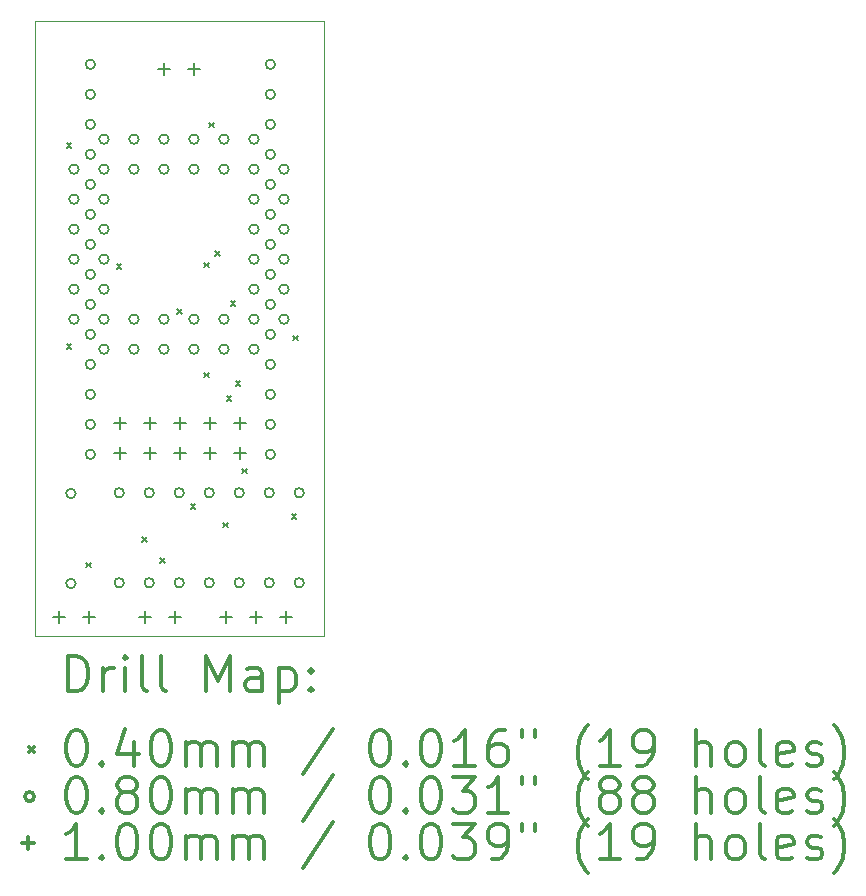
<source format=gbr>
%FSLAX45Y45*%
G04 Gerber Fmt 4.5, Leading zero omitted, Abs format (unit mm)*
G04 Created by KiCad (PCBNEW (5.1.9)-1) date 2023-07-24 12:28:35*
%MOMM*%
%LPD*%
G01*
G04 APERTURE LIST*
%TA.AperFunction,Profile*%
%ADD10C,0.050000*%
%TD*%
%ADD11C,0.200000*%
%ADD12C,0.300000*%
G04 APERTURE END LIST*
D10*
X16000000Y-9900000D02*
X13550000Y-9900000D01*
X16000000Y-15104000D02*
X16000000Y-9900000D01*
X13550000Y-15104000D02*
X16000000Y-15104000D01*
X13550000Y-9900000D02*
X13550000Y-15104000D01*
D11*
X13822680Y-12632370D02*
X13862680Y-12672370D01*
X13862680Y-12632370D02*
X13822680Y-12672370D01*
X13822830Y-10927850D02*
X13862830Y-10967850D01*
X13862830Y-10927850D02*
X13822830Y-10967850D01*
X13985000Y-14482500D02*
X14025000Y-14522500D01*
X14025000Y-14482500D02*
X13985000Y-14522500D01*
X14245000Y-11954050D02*
X14285000Y-11994050D01*
X14285000Y-11954050D02*
X14245000Y-11994050D01*
X14464000Y-14265000D02*
X14504000Y-14305000D01*
X14504000Y-14265000D02*
X14464000Y-14305000D01*
X14615000Y-14442500D02*
X14655000Y-14482500D01*
X14655000Y-14442500D02*
X14615000Y-14482500D01*
X14758170Y-12335780D02*
X14798170Y-12375780D01*
X14798170Y-12335780D02*
X14758170Y-12375780D01*
X14872500Y-13985000D02*
X14912500Y-14025000D01*
X14912500Y-13985000D02*
X14872500Y-14025000D01*
X14983660Y-11942800D02*
X15023660Y-11982800D01*
X15023660Y-11942800D02*
X14983660Y-11982800D01*
X14987500Y-12872500D02*
X15027500Y-12912500D01*
X15027500Y-12872500D02*
X14987500Y-12912500D01*
X15028710Y-10757420D02*
X15068710Y-10797420D01*
X15068710Y-10757420D02*
X15028710Y-10797420D01*
X15080270Y-11841740D02*
X15120270Y-11881740D01*
X15120270Y-11841740D02*
X15080270Y-11881740D01*
X15147500Y-14142500D02*
X15187500Y-14182500D01*
X15187500Y-14142500D02*
X15147500Y-14182500D01*
X15177500Y-13072500D02*
X15217500Y-13112500D01*
X15217500Y-13072500D02*
X15177500Y-13112500D01*
X15209320Y-12268200D02*
X15249320Y-12308200D01*
X15249320Y-12268200D02*
X15209320Y-12308200D01*
X15252500Y-12947500D02*
X15292500Y-12987500D01*
X15292500Y-12947500D02*
X15252500Y-12987500D01*
X15305000Y-13685497D02*
X15345000Y-13725497D01*
X15345000Y-13685497D02*
X15305000Y-13725497D01*
X15727500Y-14072500D02*
X15767500Y-14112500D01*
X15767500Y-14072500D02*
X15727500Y-14112500D01*
X15740910Y-12560040D02*
X15780910Y-12600040D01*
X15780910Y-12560040D02*
X15740910Y-12600040D01*
X13897500Y-13895500D02*
G75*
G03*
X13897500Y-13895500I-40000J0D01*
G01*
X13897500Y-14657500D02*
G75*
G03*
X13897500Y-14657500I-40000J0D01*
G01*
X13924000Y-11150000D02*
G75*
G03*
X13924000Y-11150000I-40000J0D01*
G01*
X13924000Y-11404000D02*
G75*
G03*
X13924000Y-11404000I-40000J0D01*
G01*
X13924000Y-11658000D02*
G75*
G03*
X13924000Y-11658000I-40000J0D01*
G01*
X13924000Y-11912000D02*
G75*
G03*
X13924000Y-11912000I-40000J0D01*
G01*
X13924000Y-12166000D02*
G75*
G03*
X13924000Y-12166000I-40000J0D01*
G01*
X13924000Y-12420000D02*
G75*
G03*
X13924000Y-12420000I-40000J0D01*
G01*
X14062760Y-10261700D02*
G75*
G03*
X14062760Y-10261700I-40000J0D01*
G01*
X14062760Y-10515700D02*
G75*
G03*
X14062760Y-10515700I-40000J0D01*
G01*
X14062760Y-10769700D02*
G75*
G03*
X14062760Y-10769700I-40000J0D01*
G01*
X14062760Y-11023700D02*
G75*
G03*
X14062760Y-11023700I-40000J0D01*
G01*
X14062760Y-11277700D02*
G75*
G03*
X14062760Y-11277700I-40000J0D01*
G01*
X14062760Y-11531700D02*
G75*
G03*
X14062760Y-11531700I-40000J0D01*
G01*
X14062760Y-11785700D02*
G75*
G03*
X14062760Y-11785700I-40000J0D01*
G01*
X14062760Y-12039700D02*
G75*
G03*
X14062760Y-12039700I-40000J0D01*
G01*
X14062760Y-12293700D02*
G75*
G03*
X14062760Y-12293700I-40000J0D01*
G01*
X14062760Y-12547700D02*
G75*
G03*
X14062760Y-12547700I-40000J0D01*
G01*
X14062760Y-12801700D02*
G75*
G03*
X14062760Y-12801700I-40000J0D01*
G01*
X14062760Y-13055700D02*
G75*
G03*
X14062760Y-13055700I-40000J0D01*
G01*
X14062760Y-13309700D02*
G75*
G03*
X14062760Y-13309700I-40000J0D01*
G01*
X14062760Y-13563700D02*
G75*
G03*
X14062760Y-13563700I-40000J0D01*
G01*
X14178000Y-10896000D02*
G75*
G03*
X14178000Y-10896000I-40000J0D01*
G01*
X14178000Y-11150000D02*
G75*
G03*
X14178000Y-11150000I-40000J0D01*
G01*
X14178000Y-11404000D02*
G75*
G03*
X14178000Y-11404000I-40000J0D01*
G01*
X14178000Y-11658000D02*
G75*
G03*
X14178000Y-11658000I-40000J0D01*
G01*
X14178000Y-11912000D02*
G75*
G03*
X14178000Y-11912000I-40000J0D01*
G01*
X14178000Y-12166000D02*
G75*
G03*
X14178000Y-12166000I-40000J0D01*
G01*
X14178000Y-12420000D02*
G75*
G03*
X14178000Y-12420000I-40000J0D01*
G01*
X14178000Y-12674000D02*
G75*
G03*
X14178000Y-12674000I-40000J0D01*
G01*
X14307500Y-13890500D02*
G75*
G03*
X14307500Y-13890500I-40000J0D01*
G01*
X14307500Y-14652500D02*
G75*
G03*
X14307500Y-14652500I-40000J0D01*
G01*
X14432000Y-10896000D02*
G75*
G03*
X14432000Y-10896000I-40000J0D01*
G01*
X14432000Y-11150000D02*
G75*
G03*
X14432000Y-11150000I-40000J0D01*
G01*
X14432000Y-12420000D02*
G75*
G03*
X14432000Y-12420000I-40000J0D01*
G01*
X14432000Y-12674000D02*
G75*
G03*
X14432000Y-12674000I-40000J0D01*
G01*
X14561500Y-13890500D02*
G75*
G03*
X14561500Y-13890500I-40000J0D01*
G01*
X14561500Y-14652500D02*
G75*
G03*
X14561500Y-14652500I-40000J0D01*
G01*
X14686000Y-10896000D02*
G75*
G03*
X14686000Y-10896000I-40000J0D01*
G01*
X14686000Y-11150000D02*
G75*
G03*
X14686000Y-11150000I-40000J0D01*
G01*
X14686000Y-12420000D02*
G75*
G03*
X14686000Y-12420000I-40000J0D01*
G01*
X14686000Y-12674000D02*
G75*
G03*
X14686000Y-12674000I-40000J0D01*
G01*
X14815500Y-13890500D02*
G75*
G03*
X14815500Y-13890500I-40000J0D01*
G01*
X14815500Y-14652500D02*
G75*
G03*
X14815500Y-14652500I-40000J0D01*
G01*
X14940000Y-10896000D02*
G75*
G03*
X14940000Y-10896000I-40000J0D01*
G01*
X14940000Y-11150000D02*
G75*
G03*
X14940000Y-11150000I-40000J0D01*
G01*
X14940000Y-12420000D02*
G75*
G03*
X14940000Y-12420000I-40000J0D01*
G01*
X14940000Y-12674000D02*
G75*
G03*
X14940000Y-12674000I-40000J0D01*
G01*
X15069500Y-13890500D02*
G75*
G03*
X15069500Y-13890500I-40000J0D01*
G01*
X15069500Y-14652500D02*
G75*
G03*
X15069500Y-14652500I-40000J0D01*
G01*
X15194000Y-10896000D02*
G75*
G03*
X15194000Y-10896000I-40000J0D01*
G01*
X15194000Y-11150000D02*
G75*
G03*
X15194000Y-11150000I-40000J0D01*
G01*
X15194000Y-12420000D02*
G75*
G03*
X15194000Y-12420000I-40000J0D01*
G01*
X15194000Y-12674000D02*
G75*
G03*
X15194000Y-12674000I-40000J0D01*
G01*
X15323500Y-13890500D02*
G75*
G03*
X15323500Y-13890500I-40000J0D01*
G01*
X15323500Y-14652500D02*
G75*
G03*
X15323500Y-14652500I-40000J0D01*
G01*
X15448000Y-10896000D02*
G75*
G03*
X15448000Y-10896000I-40000J0D01*
G01*
X15448000Y-11150000D02*
G75*
G03*
X15448000Y-11150000I-40000J0D01*
G01*
X15448000Y-11404000D02*
G75*
G03*
X15448000Y-11404000I-40000J0D01*
G01*
X15448000Y-11658000D02*
G75*
G03*
X15448000Y-11658000I-40000J0D01*
G01*
X15448000Y-11912000D02*
G75*
G03*
X15448000Y-11912000I-40000J0D01*
G01*
X15448000Y-12166000D02*
G75*
G03*
X15448000Y-12166000I-40000J0D01*
G01*
X15448000Y-12420000D02*
G75*
G03*
X15448000Y-12420000I-40000J0D01*
G01*
X15448000Y-12674000D02*
G75*
G03*
X15448000Y-12674000I-40000J0D01*
G01*
X15577500Y-13890500D02*
G75*
G03*
X15577500Y-13890500I-40000J0D01*
G01*
X15577500Y-14652500D02*
G75*
G03*
X15577500Y-14652500I-40000J0D01*
G01*
X15586760Y-10261700D02*
G75*
G03*
X15586760Y-10261700I-40000J0D01*
G01*
X15586760Y-10515700D02*
G75*
G03*
X15586760Y-10515700I-40000J0D01*
G01*
X15586760Y-10769700D02*
G75*
G03*
X15586760Y-10769700I-40000J0D01*
G01*
X15586760Y-11023700D02*
G75*
G03*
X15586760Y-11023700I-40000J0D01*
G01*
X15586760Y-11277700D02*
G75*
G03*
X15586760Y-11277700I-40000J0D01*
G01*
X15586760Y-11531700D02*
G75*
G03*
X15586760Y-11531700I-40000J0D01*
G01*
X15586760Y-11785700D02*
G75*
G03*
X15586760Y-11785700I-40000J0D01*
G01*
X15586760Y-12039700D02*
G75*
G03*
X15586760Y-12039700I-40000J0D01*
G01*
X15586760Y-12293700D02*
G75*
G03*
X15586760Y-12293700I-40000J0D01*
G01*
X15586760Y-12547700D02*
G75*
G03*
X15586760Y-12547700I-40000J0D01*
G01*
X15586760Y-12801700D02*
G75*
G03*
X15586760Y-12801700I-40000J0D01*
G01*
X15586760Y-13055700D02*
G75*
G03*
X15586760Y-13055700I-40000J0D01*
G01*
X15586760Y-13309700D02*
G75*
G03*
X15586760Y-13309700I-40000J0D01*
G01*
X15586760Y-13563700D02*
G75*
G03*
X15586760Y-13563700I-40000J0D01*
G01*
X15702000Y-11150000D02*
G75*
G03*
X15702000Y-11150000I-40000J0D01*
G01*
X15702000Y-11404000D02*
G75*
G03*
X15702000Y-11404000I-40000J0D01*
G01*
X15702000Y-11658000D02*
G75*
G03*
X15702000Y-11658000I-40000J0D01*
G01*
X15702000Y-11912000D02*
G75*
G03*
X15702000Y-11912000I-40000J0D01*
G01*
X15702000Y-12166000D02*
G75*
G03*
X15702000Y-12166000I-40000J0D01*
G01*
X15702000Y-12420000D02*
G75*
G03*
X15702000Y-12420000I-40000J0D01*
G01*
X15831500Y-13890500D02*
G75*
G03*
X15831500Y-13890500I-40000J0D01*
G01*
X15831500Y-14652500D02*
G75*
G03*
X15831500Y-14652500I-40000J0D01*
G01*
X13758500Y-14892500D02*
X13758500Y-14992500D01*
X13708500Y-14942500D02*
X13808500Y-14942500D01*
X14012500Y-14892500D02*
X14012500Y-14992500D01*
X13962500Y-14942500D02*
X14062500Y-14942500D01*
X14271000Y-13250000D02*
X14271000Y-13350000D01*
X14221000Y-13300000D02*
X14321000Y-13300000D01*
X14271000Y-13504000D02*
X14271000Y-13604000D01*
X14221000Y-13554000D02*
X14321000Y-13554000D01*
X14483500Y-14892500D02*
X14483500Y-14992500D01*
X14433500Y-14942500D02*
X14533500Y-14942500D01*
X14525000Y-13250000D02*
X14525000Y-13350000D01*
X14475000Y-13300000D02*
X14575000Y-13300000D01*
X14525000Y-13504000D02*
X14525000Y-13604000D01*
X14475000Y-13554000D02*
X14575000Y-13554000D01*
X14646000Y-10250000D02*
X14646000Y-10350000D01*
X14596000Y-10300000D02*
X14696000Y-10300000D01*
X14737500Y-14892500D02*
X14737500Y-14992500D01*
X14687500Y-14942500D02*
X14787500Y-14942500D01*
X14779000Y-13250000D02*
X14779000Y-13350000D01*
X14729000Y-13300000D02*
X14829000Y-13300000D01*
X14779000Y-13504000D02*
X14779000Y-13604000D01*
X14729000Y-13554000D02*
X14829000Y-13554000D01*
X14900000Y-10250000D02*
X14900000Y-10350000D01*
X14850000Y-10300000D02*
X14950000Y-10300000D01*
X15033000Y-13250000D02*
X15033000Y-13350000D01*
X14983000Y-13300000D02*
X15083000Y-13300000D01*
X15033000Y-13504000D02*
X15033000Y-13604000D01*
X14983000Y-13554000D02*
X15083000Y-13554000D01*
X15172000Y-14892500D02*
X15172000Y-14992500D01*
X15122000Y-14942500D02*
X15222000Y-14942500D01*
X15287000Y-13250000D02*
X15287000Y-13350000D01*
X15237000Y-13300000D02*
X15337000Y-13300000D01*
X15287000Y-13504000D02*
X15287000Y-13604000D01*
X15237000Y-13554000D02*
X15337000Y-13554000D01*
X15426000Y-14892500D02*
X15426000Y-14992500D01*
X15376000Y-14942500D02*
X15476000Y-14942500D01*
X15680000Y-14892500D02*
X15680000Y-14992500D01*
X15630000Y-14942500D02*
X15730000Y-14942500D01*
D12*
X13833928Y-15572214D02*
X13833928Y-15272214D01*
X13905357Y-15272214D01*
X13948214Y-15286500D01*
X13976786Y-15315071D01*
X13991071Y-15343643D01*
X14005357Y-15400786D01*
X14005357Y-15443643D01*
X13991071Y-15500786D01*
X13976786Y-15529357D01*
X13948214Y-15557929D01*
X13905357Y-15572214D01*
X13833928Y-15572214D01*
X14133928Y-15572214D02*
X14133928Y-15372214D01*
X14133928Y-15429357D02*
X14148214Y-15400786D01*
X14162500Y-15386500D01*
X14191071Y-15372214D01*
X14219643Y-15372214D01*
X14319643Y-15572214D02*
X14319643Y-15372214D01*
X14319643Y-15272214D02*
X14305357Y-15286500D01*
X14319643Y-15300786D01*
X14333928Y-15286500D01*
X14319643Y-15272214D01*
X14319643Y-15300786D01*
X14505357Y-15572214D02*
X14476786Y-15557929D01*
X14462500Y-15529357D01*
X14462500Y-15272214D01*
X14662500Y-15572214D02*
X14633928Y-15557929D01*
X14619643Y-15529357D01*
X14619643Y-15272214D01*
X15005357Y-15572214D02*
X15005357Y-15272214D01*
X15105357Y-15486500D01*
X15205357Y-15272214D01*
X15205357Y-15572214D01*
X15476786Y-15572214D02*
X15476786Y-15415071D01*
X15462500Y-15386500D01*
X15433928Y-15372214D01*
X15376786Y-15372214D01*
X15348214Y-15386500D01*
X15476786Y-15557929D02*
X15448214Y-15572214D01*
X15376786Y-15572214D01*
X15348214Y-15557929D01*
X15333928Y-15529357D01*
X15333928Y-15500786D01*
X15348214Y-15472214D01*
X15376786Y-15457929D01*
X15448214Y-15457929D01*
X15476786Y-15443643D01*
X15619643Y-15372214D02*
X15619643Y-15672214D01*
X15619643Y-15386500D02*
X15648214Y-15372214D01*
X15705357Y-15372214D01*
X15733928Y-15386500D01*
X15748214Y-15400786D01*
X15762500Y-15429357D01*
X15762500Y-15515071D01*
X15748214Y-15543643D01*
X15733928Y-15557929D01*
X15705357Y-15572214D01*
X15648214Y-15572214D01*
X15619643Y-15557929D01*
X15891071Y-15543643D02*
X15905357Y-15557929D01*
X15891071Y-15572214D01*
X15876786Y-15557929D01*
X15891071Y-15543643D01*
X15891071Y-15572214D01*
X15891071Y-15386500D02*
X15905357Y-15400786D01*
X15891071Y-15415071D01*
X15876786Y-15400786D01*
X15891071Y-15386500D01*
X15891071Y-15415071D01*
X13507500Y-16046500D02*
X13547500Y-16086500D01*
X13547500Y-16046500D02*
X13507500Y-16086500D01*
X13891071Y-15902214D02*
X13919643Y-15902214D01*
X13948214Y-15916500D01*
X13962500Y-15930786D01*
X13976786Y-15959357D01*
X13991071Y-16016500D01*
X13991071Y-16087929D01*
X13976786Y-16145071D01*
X13962500Y-16173643D01*
X13948214Y-16187929D01*
X13919643Y-16202214D01*
X13891071Y-16202214D01*
X13862500Y-16187929D01*
X13848214Y-16173643D01*
X13833928Y-16145071D01*
X13819643Y-16087929D01*
X13819643Y-16016500D01*
X13833928Y-15959357D01*
X13848214Y-15930786D01*
X13862500Y-15916500D01*
X13891071Y-15902214D01*
X14119643Y-16173643D02*
X14133928Y-16187929D01*
X14119643Y-16202214D01*
X14105357Y-16187929D01*
X14119643Y-16173643D01*
X14119643Y-16202214D01*
X14391071Y-16002214D02*
X14391071Y-16202214D01*
X14319643Y-15887929D02*
X14248214Y-16102214D01*
X14433928Y-16102214D01*
X14605357Y-15902214D02*
X14633928Y-15902214D01*
X14662500Y-15916500D01*
X14676786Y-15930786D01*
X14691071Y-15959357D01*
X14705357Y-16016500D01*
X14705357Y-16087929D01*
X14691071Y-16145071D01*
X14676786Y-16173643D01*
X14662500Y-16187929D01*
X14633928Y-16202214D01*
X14605357Y-16202214D01*
X14576786Y-16187929D01*
X14562500Y-16173643D01*
X14548214Y-16145071D01*
X14533928Y-16087929D01*
X14533928Y-16016500D01*
X14548214Y-15959357D01*
X14562500Y-15930786D01*
X14576786Y-15916500D01*
X14605357Y-15902214D01*
X14833928Y-16202214D02*
X14833928Y-16002214D01*
X14833928Y-16030786D02*
X14848214Y-16016500D01*
X14876786Y-16002214D01*
X14919643Y-16002214D01*
X14948214Y-16016500D01*
X14962500Y-16045071D01*
X14962500Y-16202214D01*
X14962500Y-16045071D02*
X14976786Y-16016500D01*
X15005357Y-16002214D01*
X15048214Y-16002214D01*
X15076786Y-16016500D01*
X15091071Y-16045071D01*
X15091071Y-16202214D01*
X15233928Y-16202214D02*
X15233928Y-16002214D01*
X15233928Y-16030786D02*
X15248214Y-16016500D01*
X15276786Y-16002214D01*
X15319643Y-16002214D01*
X15348214Y-16016500D01*
X15362500Y-16045071D01*
X15362500Y-16202214D01*
X15362500Y-16045071D02*
X15376786Y-16016500D01*
X15405357Y-16002214D01*
X15448214Y-16002214D01*
X15476786Y-16016500D01*
X15491071Y-16045071D01*
X15491071Y-16202214D01*
X16076786Y-15887929D02*
X15819643Y-16273643D01*
X16462500Y-15902214D02*
X16491071Y-15902214D01*
X16519643Y-15916500D01*
X16533928Y-15930786D01*
X16548214Y-15959357D01*
X16562500Y-16016500D01*
X16562500Y-16087929D01*
X16548214Y-16145071D01*
X16533928Y-16173643D01*
X16519643Y-16187929D01*
X16491071Y-16202214D01*
X16462500Y-16202214D01*
X16433928Y-16187929D01*
X16419643Y-16173643D01*
X16405357Y-16145071D01*
X16391071Y-16087929D01*
X16391071Y-16016500D01*
X16405357Y-15959357D01*
X16419643Y-15930786D01*
X16433928Y-15916500D01*
X16462500Y-15902214D01*
X16691071Y-16173643D02*
X16705357Y-16187929D01*
X16691071Y-16202214D01*
X16676786Y-16187929D01*
X16691071Y-16173643D01*
X16691071Y-16202214D01*
X16891071Y-15902214D02*
X16919643Y-15902214D01*
X16948214Y-15916500D01*
X16962500Y-15930786D01*
X16976786Y-15959357D01*
X16991071Y-16016500D01*
X16991071Y-16087929D01*
X16976786Y-16145071D01*
X16962500Y-16173643D01*
X16948214Y-16187929D01*
X16919643Y-16202214D01*
X16891071Y-16202214D01*
X16862500Y-16187929D01*
X16848214Y-16173643D01*
X16833928Y-16145071D01*
X16819643Y-16087929D01*
X16819643Y-16016500D01*
X16833928Y-15959357D01*
X16848214Y-15930786D01*
X16862500Y-15916500D01*
X16891071Y-15902214D01*
X17276786Y-16202214D02*
X17105357Y-16202214D01*
X17191071Y-16202214D02*
X17191071Y-15902214D01*
X17162500Y-15945071D01*
X17133928Y-15973643D01*
X17105357Y-15987929D01*
X17533928Y-15902214D02*
X17476786Y-15902214D01*
X17448214Y-15916500D01*
X17433928Y-15930786D01*
X17405357Y-15973643D01*
X17391071Y-16030786D01*
X17391071Y-16145071D01*
X17405357Y-16173643D01*
X17419643Y-16187929D01*
X17448214Y-16202214D01*
X17505357Y-16202214D01*
X17533928Y-16187929D01*
X17548214Y-16173643D01*
X17562500Y-16145071D01*
X17562500Y-16073643D01*
X17548214Y-16045071D01*
X17533928Y-16030786D01*
X17505357Y-16016500D01*
X17448214Y-16016500D01*
X17419643Y-16030786D01*
X17405357Y-16045071D01*
X17391071Y-16073643D01*
X17676786Y-15902214D02*
X17676786Y-15959357D01*
X17791071Y-15902214D02*
X17791071Y-15959357D01*
X18233928Y-16316500D02*
X18219643Y-16302214D01*
X18191071Y-16259357D01*
X18176786Y-16230786D01*
X18162500Y-16187929D01*
X18148214Y-16116500D01*
X18148214Y-16059357D01*
X18162500Y-15987929D01*
X18176786Y-15945071D01*
X18191071Y-15916500D01*
X18219643Y-15873643D01*
X18233928Y-15859357D01*
X18505357Y-16202214D02*
X18333928Y-16202214D01*
X18419643Y-16202214D02*
X18419643Y-15902214D01*
X18391071Y-15945071D01*
X18362500Y-15973643D01*
X18333928Y-15987929D01*
X18648214Y-16202214D02*
X18705357Y-16202214D01*
X18733928Y-16187929D01*
X18748214Y-16173643D01*
X18776786Y-16130786D01*
X18791071Y-16073643D01*
X18791071Y-15959357D01*
X18776786Y-15930786D01*
X18762500Y-15916500D01*
X18733928Y-15902214D01*
X18676786Y-15902214D01*
X18648214Y-15916500D01*
X18633928Y-15930786D01*
X18619643Y-15959357D01*
X18619643Y-16030786D01*
X18633928Y-16059357D01*
X18648214Y-16073643D01*
X18676786Y-16087929D01*
X18733928Y-16087929D01*
X18762500Y-16073643D01*
X18776786Y-16059357D01*
X18791071Y-16030786D01*
X19148214Y-16202214D02*
X19148214Y-15902214D01*
X19276786Y-16202214D02*
X19276786Y-16045071D01*
X19262500Y-16016500D01*
X19233928Y-16002214D01*
X19191071Y-16002214D01*
X19162500Y-16016500D01*
X19148214Y-16030786D01*
X19462500Y-16202214D02*
X19433928Y-16187929D01*
X19419643Y-16173643D01*
X19405357Y-16145071D01*
X19405357Y-16059357D01*
X19419643Y-16030786D01*
X19433928Y-16016500D01*
X19462500Y-16002214D01*
X19505357Y-16002214D01*
X19533928Y-16016500D01*
X19548214Y-16030786D01*
X19562500Y-16059357D01*
X19562500Y-16145071D01*
X19548214Y-16173643D01*
X19533928Y-16187929D01*
X19505357Y-16202214D01*
X19462500Y-16202214D01*
X19733928Y-16202214D02*
X19705357Y-16187929D01*
X19691071Y-16159357D01*
X19691071Y-15902214D01*
X19962500Y-16187929D02*
X19933928Y-16202214D01*
X19876786Y-16202214D01*
X19848214Y-16187929D01*
X19833928Y-16159357D01*
X19833928Y-16045071D01*
X19848214Y-16016500D01*
X19876786Y-16002214D01*
X19933928Y-16002214D01*
X19962500Y-16016500D01*
X19976786Y-16045071D01*
X19976786Y-16073643D01*
X19833928Y-16102214D01*
X20091071Y-16187929D02*
X20119643Y-16202214D01*
X20176786Y-16202214D01*
X20205357Y-16187929D01*
X20219643Y-16159357D01*
X20219643Y-16145071D01*
X20205357Y-16116500D01*
X20176786Y-16102214D01*
X20133928Y-16102214D01*
X20105357Y-16087929D01*
X20091071Y-16059357D01*
X20091071Y-16045071D01*
X20105357Y-16016500D01*
X20133928Y-16002214D01*
X20176786Y-16002214D01*
X20205357Y-16016500D01*
X20319643Y-16316500D02*
X20333928Y-16302214D01*
X20362500Y-16259357D01*
X20376786Y-16230786D01*
X20391071Y-16187929D01*
X20405357Y-16116500D01*
X20405357Y-16059357D01*
X20391071Y-15987929D01*
X20376786Y-15945071D01*
X20362500Y-15916500D01*
X20333928Y-15873643D01*
X20319643Y-15859357D01*
X13547500Y-16462500D02*
G75*
G03*
X13547500Y-16462500I-40000J0D01*
G01*
X13891071Y-16298214D02*
X13919643Y-16298214D01*
X13948214Y-16312500D01*
X13962500Y-16326786D01*
X13976786Y-16355357D01*
X13991071Y-16412500D01*
X13991071Y-16483929D01*
X13976786Y-16541071D01*
X13962500Y-16569643D01*
X13948214Y-16583929D01*
X13919643Y-16598214D01*
X13891071Y-16598214D01*
X13862500Y-16583929D01*
X13848214Y-16569643D01*
X13833928Y-16541071D01*
X13819643Y-16483929D01*
X13819643Y-16412500D01*
X13833928Y-16355357D01*
X13848214Y-16326786D01*
X13862500Y-16312500D01*
X13891071Y-16298214D01*
X14119643Y-16569643D02*
X14133928Y-16583929D01*
X14119643Y-16598214D01*
X14105357Y-16583929D01*
X14119643Y-16569643D01*
X14119643Y-16598214D01*
X14305357Y-16426786D02*
X14276786Y-16412500D01*
X14262500Y-16398214D01*
X14248214Y-16369643D01*
X14248214Y-16355357D01*
X14262500Y-16326786D01*
X14276786Y-16312500D01*
X14305357Y-16298214D01*
X14362500Y-16298214D01*
X14391071Y-16312500D01*
X14405357Y-16326786D01*
X14419643Y-16355357D01*
X14419643Y-16369643D01*
X14405357Y-16398214D01*
X14391071Y-16412500D01*
X14362500Y-16426786D01*
X14305357Y-16426786D01*
X14276786Y-16441071D01*
X14262500Y-16455357D01*
X14248214Y-16483929D01*
X14248214Y-16541071D01*
X14262500Y-16569643D01*
X14276786Y-16583929D01*
X14305357Y-16598214D01*
X14362500Y-16598214D01*
X14391071Y-16583929D01*
X14405357Y-16569643D01*
X14419643Y-16541071D01*
X14419643Y-16483929D01*
X14405357Y-16455357D01*
X14391071Y-16441071D01*
X14362500Y-16426786D01*
X14605357Y-16298214D02*
X14633928Y-16298214D01*
X14662500Y-16312500D01*
X14676786Y-16326786D01*
X14691071Y-16355357D01*
X14705357Y-16412500D01*
X14705357Y-16483929D01*
X14691071Y-16541071D01*
X14676786Y-16569643D01*
X14662500Y-16583929D01*
X14633928Y-16598214D01*
X14605357Y-16598214D01*
X14576786Y-16583929D01*
X14562500Y-16569643D01*
X14548214Y-16541071D01*
X14533928Y-16483929D01*
X14533928Y-16412500D01*
X14548214Y-16355357D01*
X14562500Y-16326786D01*
X14576786Y-16312500D01*
X14605357Y-16298214D01*
X14833928Y-16598214D02*
X14833928Y-16398214D01*
X14833928Y-16426786D02*
X14848214Y-16412500D01*
X14876786Y-16398214D01*
X14919643Y-16398214D01*
X14948214Y-16412500D01*
X14962500Y-16441071D01*
X14962500Y-16598214D01*
X14962500Y-16441071D02*
X14976786Y-16412500D01*
X15005357Y-16398214D01*
X15048214Y-16398214D01*
X15076786Y-16412500D01*
X15091071Y-16441071D01*
X15091071Y-16598214D01*
X15233928Y-16598214D02*
X15233928Y-16398214D01*
X15233928Y-16426786D02*
X15248214Y-16412500D01*
X15276786Y-16398214D01*
X15319643Y-16398214D01*
X15348214Y-16412500D01*
X15362500Y-16441071D01*
X15362500Y-16598214D01*
X15362500Y-16441071D02*
X15376786Y-16412500D01*
X15405357Y-16398214D01*
X15448214Y-16398214D01*
X15476786Y-16412500D01*
X15491071Y-16441071D01*
X15491071Y-16598214D01*
X16076786Y-16283929D02*
X15819643Y-16669643D01*
X16462500Y-16298214D02*
X16491071Y-16298214D01*
X16519643Y-16312500D01*
X16533928Y-16326786D01*
X16548214Y-16355357D01*
X16562500Y-16412500D01*
X16562500Y-16483929D01*
X16548214Y-16541071D01*
X16533928Y-16569643D01*
X16519643Y-16583929D01*
X16491071Y-16598214D01*
X16462500Y-16598214D01*
X16433928Y-16583929D01*
X16419643Y-16569643D01*
X16405357Y-16541071D01*
X16391071Y-16483929D01*
X16391071Y-16412500D01*
X16405357Y-16355357D01*
X16419643Y-16326786D01*
X16433928Y-16312500D01*
X16462500Y-16298214D01*
X16691071Y-16569643D02*
X16705357Y-16583929D01*
X16691071Y-16598214D01*
X16676786Y-16583929D01*
X16691071Y-16569643D01*
X16691071Y-16598214D01*
X16891071Y-16298214D02*
X16919643Y-16298214D01*
X16948214Y-16312500D01*
X16962500Y-16326786D01*
X16976786Y-16355357D01*
X16991071Y-16412500D01*
X16991071Y-16483929D01*
X16976786Y-16541071D01*
X16962500Y-16569643D01*
X16948214Y-16583929D01*
X16919643Y-16598214D01*
X16891071Y-16598214D01*
X16862500Y-16583929D01*
X16848214Y-16569643D01*
X16833928Y-16541071D01*
X16819643Y-16483929D01*
X16819643Y-16412500D01*
X16833928Y-16355357D01*
X16848214Y-16326786D01*
X16862500Y-16312500D01*
X16891071Y-16298214D01*
X17091071Y-16298214D02*
X17276786Y-16298214D01*
X17176786Y-16412500D01*
X17219643Y-16412500D01*
X17248214Y-16426786D01*
X17262500Y-16441071D01*
X17276786Y-16469643D01*
X17276786Y-16541071D01*
X17262500Y-16569643D01*
X17248214Y-16583929D01*
X17219643Y-16598214D01*
X17133928Y-16598214D01*
X17105357Y-16583929D01*
X17091071Y-16569643D01*
X17562500Y-16598214D02*
X17391071Y-16598214D01*
X17476786Y-16598214D02*
X17476786Y-16298214D01*
X17448214Y-16341071D01*
X17419643Y-16369643D01*
X17391071Y-16383929D01*
X17676786Y-16298214D02*
X17676786Y-16355357D01*
X17791071Y-16298214D02*
X17791071Y-16355357D01*
X18233928Y-16712500D02*
X18219643Y-16698214D01*
X18191071Y-16655357D01*
X18176786Y-16626786D01*
X18162500Y-16583929D01*
X18148214Y-16512500D01*
X18148214Y-16455357D01*
X18162500Y-16383929D01*
X18176786Y-16341071D01*
X18191071Y-16312500D01*
X18219643Y-16269643D01*
X18233928Y-16255357D01*
X18391071Y-16426786D02*
X18362500Y-16412500D01*
X18348214Y-16398214D01*
X18333928Y-16369643D01*
X18333928Y-16355357D01*
X18348214Y-16326786D01*
X18362500Y-16312500D01*
X18391071Y-16298214D01*
X18448214Y-16298214D01*
X18476786Y-16312500D01*
X18491071Y-16326786D01*
X18505357Y-16355357D01*
X18505357Y-16369643D01*
X18491071Y-16398214D01*
X18476786Y-16412500D01*
X18448214Y-16426786D01*
X18391071Y-16426786D01*
X18362500Y-16441071D01*
X18348214Y-16455357D01*
X18333928Y-16483929D01*
X18333928Y-16541071D01*
X18348214Y-16569643D01*
X18362500Y-16583929D01*
X18391071Y-16598214D01*
X18448214Y-16598214D01*
X18476786Y-16583929D01*
X18491071Y-16569643D01*
X18505357Y-16541071D01*
X18505357Y-16483929D01*
X18491071Y-16455357D01*
X18476786Y-16441071D01*
X18448214Y-16426786D01*
X18676786Y-16426786D02*
X18648214Y-16412500D01*
X18633928Y-16398214D01*
X18619643Y-16369643D01*
X18619643Y-16355357D01*
X18633928Y-16326786D01*
X18648214Y-16312500D01*
X18676786Y-16298214D01*
X18733928Y-16298214D01*
X18762500Y-16312500D01*
X18776786Y-16326786D01*
X18791071Y-16355357D01*
X18791071Y-16369643D01*
X18776786Y-16398214D01*
X18762500Y-16412500D01*
X18733928Y-16426786D01*
X18676786Y-16426786D01*
X18648214Y-16441071D01*
X18633928Y-16455357D01*
X18619643Y-16483929D01*
X18619643Y-16541071D01*
X18633928Y-16569643D01*
X18648214Y-16583929D01*
X18676786Y-16598214D01*
X18733928Y-16598214D01*
X18762500Y-16583929D01*
X18776786Y-16569643D01*
X18791071Y-16541071D01*
X18791071Y-16483929D01*
X18776786Y-16455357D01*
X18762500Y-16441071D01*
X18733928Y-16426786D01*
X19148214Y-16598214D02*
X19148214Y-16298214D01*
X19276786Y-16598214D02*
X19276786Y-16441071D01*
X19262500Y-16412500D01*
X19233928Y-16398214D01*
X19191071Y-16398214D01*
X19162500Y-16412500D01*
X19148214Y-16426786D01*
X19462500Y-16598214D02*
X19433928Y-16583929D01*
X19419643Y-16569643D01*
X19405357Y-16541071D01*
X19405357Y-16455357D01*
X19419643Y-16426786D01*
X19433928Y-16412500D01*
X19462500Y-16398214D01*
X19505357Y-16398214D01*
X19533928Y-16412500D01*
X19548214Y-16426786D01*
X19562500Y-16455357D01*
X19562500Y-16541071D01*
X19548214Y-16569643D01*
X19533928Y-16583929D01*
X19505357Y-16598214D01*
X19462500Y-16598214D01*
X19733928Y-16598214D02*
X19705357Y-16583929D01*
X19691071Y-16555357D01*
X19691071Y-16298214D01*
X19962500Y-16583929D02*
X19933928Y-16598214D01*
X19876786Y-16598214D01*
X19848214Y-16583929D01*
X19833928Y-16555357D01*
X19833928Y-16441071D01*
X19848214Y-16412500D01*
X19876786Y-16398214D01*
X19933928Y-16398214D01*
X19962500Y-16412500D01*
X19976786Y-16441071D01*
X19976786Y-16469643D01*
X19833928Y-16498214D01*
X20091071Y-16583929D02*
X20119643Y-16598214D01*
X20176786Y-16598214D01*
X20205357Y-16583929D01*
X20219643Y-16555357D01*
X20219643Y-16541071D01*
X20205357Y-16512500D01*
X20176786Y-16498214D01*
X20133928Y-16498214D01*
X20105357Y-16483929D01*
X20091071Y-16455357D01*
X20091071Y-16441071D01*
X20105357Y-16412500D01*
X20133928Y-16398214D01*
X20176786Y-16398214D01*
X20205357Y-16412500D01*
X20319643Y-16712500D02*
X20333928Y-16698214D01*
X20362500Y-16655357D01*
X20376786Y-16626786D01*
X20391071Y-16583929D01*
X20405357Y-16512500D01*
X20405357Y-16455357D01*
X20391071Y-16383929D01*
X20376786Y-16341071D01*
X20362500Y-16312500D01*
X20333928Y-16269643D01*
X20319643Y-16255357D01*
X13497500Y-16808500D02*
X13497500Y-16908500D01*
X13447500Y-16858500D02*
X13547500Y-16858500D01*
X13991071Y-16994214D02*
X13819643Y-16994214D01*
X13905357Y-16994214D02*
X13905357Y-16694214D01*
X13876786Y-16737071D01*
X13848214Y-16765643D01*
X13819643Y-16779929D01*
X14119643Y-16965643D02*
X14133928Y-16979929D01*
X14119643Y-16994214D01*
X14105357Y-16979929D01*
X14119643Y-16965643D01*
X14119643Y-16994214D01*
X14319643Y-16694214D02*
X14348214Y-16694214D01*
X14376786Y-16708500D01*
X14391071Y-16722786D01*
X14405357Y-16751357D01*
X14419643Y-16808500D01*
X14419643Y-16879929D01*
X14405357Y-16937072D01*
X14391071Y-16965643D01*
X14376786Y-16979929D01*
X14348214Y-16994214D01*
X14319643Y-16994214D01*
X14291071Y-16979929D01*
X14276786Y-16965643D01*
X14262500Y-16937072D01*
X14248214Y-16879929D01*
X14248214Y-16808500D01*
X14262500Y-16751357D01*
X14276786Y-16722786D01*
X14291071Y-16708500D01*
X14319643Y-16694214D01*
X14605357Y-16694214D02*
X14633928Y-16694214D01*
X14662500Y-16708500D01*
X14676786Y-16722786D01*
X14691071Y-16751357D01*
X14705357Y-16808500D01*
X14705357Y-16879929D01*
X14691071Y-16937072D01*
X14676786Y-16965643D01*
X14662500Y-16979929D01*
X14633928Y-16994214D01*
X14605357Y-16994214D01*
X14576786Y-16979929D01*
X14562500Y-16965643D01*
X14548214Y-16937072D01*
X14533928Y-16879929D01*
X14533928Y-16808500D01*
X14548214Y-16751357D01*
X14562500Y-16722786D01*
X14576786Y-16708500D01*
X14605357Y-16694214D01*
X14833928Y-16994214D02*
X14833928Y-16794214D01*
X14833928Y-16822786D02*
X14848214Y-16808500D01*
X14876786Y-16794214D01*
X14919643Y-16794214D01*
X14948214Y-16808500D01*
X14962500Y-16837072D01*
X14962500Y-16994214D01*
X14962500Y-16837072D02*
X14976786Y-16808500D01*
X15005357Y-16794214D01*
X15048214Y-16794214D01*
X15076786Y-16808500D01*
X15091071Y-16837072D01*
X15091071Y-16994214D01*
X15233928Y-16994214D02*
X15233928Y-16794214D01*
X15233928Y-16822786D02*
X15248214Y-16808500D01*
X15276786Y-16794214D01*
X15319643Y-16794214D01*
X15348214Y-16808500D01*
X15362500Y-16837072D01*
X15362500Y-16994214D01*
X15362500Y-16837072D02*
X15376786Y-16808500D01*
X15405357Y-16794214D01*
X15448214Y-16794214D01*
X15476786Y-16808500D01*
X15491071Y-16837072D01*
X15491071Y-16994214D01*
X16076786Y-16679929D02*
X15819643Y-17065643D01*
X16462500Y-16694214D02*
X16491071Y-16694214D01*
X16519643Y-16708500D01*
X16533928Y-16722786D01*
X16548214Y-16751357D01*
X16562500Y-16808500D01*
X16562500Y-16879929D01*
X16548214Y-16937072D01*
X16533928Y-16965643D01*
X16519643Y-16979929D01*
X16491071Y-16994214D01*
X16462500Y-16994214D01*
X16433928Y-16979929D01*
X16419643Y-16965643D01*
X16405357Y-16937072D01*
X16391071Y-16879929D01*
X16391071Y-16808500D01*
X16405357Y-16751357D01*
X16419643Y-16722786D01*
X16433928Y-16708500D01*
X16462500Y-16694214D01*
X16691071Y-16965643D02*
X16705357Y-16979929D01*
X16691071Y-16994214D01*
X16676786Y-16979929D01*
X16691071Y-16965643D01*
X16691071Y-16994214D01*
X16891071Y-16694214D02*
X16919643Y-16694214D01*
X16948214Y-16708500D01*
X16962500Y-16722786D01*
X16976786Y-16751357D01*
X16991071Y-16808500D01*
X16991071Y-16879929D01*
X16976786Y-16937072D01*
X16962500Y-16965643D01*
X16948214Y-16979929D01*
X16919643Y-16994214D01*
X16891071Y-16994214D01*
X16862500Y-16979929D01*
X16848214Y-16965643D01*
X16833928Y-16937072D01*
X16819643Y-16879929D01*
X16819643Y-16808500D01*
X16833928Y-16751357D01*
X16848214Y-16722786D01*
X16862500Y-16708500D01*
X16891071Y-16694214D01*
X17091071Y-16694214D02*
X17276786Y-16694214D01*
X17176786Y-16808500D01*
X17219643Y-16808500D01*
X17248214Y-16822786D01*
X17262500Y-16837072D01*
X17276786Y-16865643D01*
X17276786Y-16937072D01*
X17262500Y-16965643D01*
X17248214Y-16979929D01*
X17219643Y-16994214D01*
X17133928Y-16994214D01*
X17105357Y-16979929D01*
X17091071Y-16965643D01*
X17419643Y-16994214D02*
X17476786Y-16994214D01*
X17505357Y-16979929D01*
X17519643Y-16965643D01*
X17548214Y-16922786D01*
X17562500Y-16865643D01*
X17562500Y-16751357D01*
X17548214Y-16722786D01*
X17533928Y-16708500D01*
X17505357Y-16694214D01*
X17448214Y-16694214D01*
X17419643Y-16708500D01*
X17405357Y-16722786D01*
X17391071Y-16751357D01*
X17391071Y-16822786D01*
X17405357Y-16851357D01*
X17419643Y-16865643D01*
X17448214Y-16879929D01*
X17505357Y-16879929D01*
X17533928Y-16865643D01*
X17548214Y-16851357D01*
X17562500Y-16822786D01*
X17676786Y-16694214D02*
X17676786Y-16751357D01*
X17791071Y-16694214D02*
X17791071Y-16751357D01*
X18233928Y-17108500D02*
X18219643Y-17094214D01*
X18191071Y-17051357D01*
X18176786Y-17022786D01*
X18162500Y-16979929D01*
X18148214Y-16908500D01*
X18148214Y-16851357D01*
X18162500Y-16779929D01*
X18176786Y-16737071D01*
X18191071Y-16708500D01*
X18219643Y-16665643D01*
X18233928Y-16651357D01*
X18505357Y-16994214D02*
X18333928Y-16994214D01*
X18419643Y-16994214D02*
X18419643Y-16694214D01*
X18391071Y-16737071D01*
X18362500Y-16765643D01*
X18333928Y-16779929D01*
X18648214Y-16994214D02*
X18705357Y-16994214D01*
X18733928Y-16979929D01*
X18748214Y-16965643D01*
X18776786Y-16922786D01*
X18791071Y-16865643D01*
X18791071Y-16751357D01*
X18776786Y-16722786D01*
X18762500Y-16708500D01*
X18733928Y-16694214D01*
X18676786Y-16694214D01*
X18648214Y-16708500D01*
X18633928Y-16722786D01*
X18619643Y-16751357D01*
X18619643Y-16822786D01*
X18633928Y-16851357D01*
X18648214Y-16865643D01*
X18676786Y-16879929D01*
X18733928Y-16879929D01*
X18762500Y-16865643D01*
X18776786Y-16851357D01*
X18791071Y-16822786D01*
X19148214Y-16994214D02*
X19148214Y-16694214D01*
X19276786Y-16994214D02*
X19276786Y-16837072D01*
X19262500Y-16808500D01*
X19233928Y-16794214D01*
X19191071Y-16794214D01*
X19162500Y-16808500D01*
X19148214Y-16822786D01*
X19462500Y-16994214D02*
X19433928Y-16979929D01*
X19419643Y-16965643D01*
X19405357Y-16937072D01*
X19405357Y-16851357D01*
X19419643Y-16822786D01*
X19433928Y-16808500D01*
X19462500Y-16794214D01*
X19505357Y-16794214D01*
X19533928Y-16808500D01*
X19548214Y-16822786D01*
X19562500Y-16851357D01*
X19562500Y-16937072D01*
X19548214Y-16965643D01*
X19533928Y-16979929D01*
X19505357Y-16994214D01*
X19462500Y-16994214D01*
X19733928Y-16994214D02*
X19705357Y-16979929D01*
X19691071Y-16951357D01*
X19691071Y-16694214D01*
X19962500Y-16979929D02*
X19933928Y-16994214D01*
X19876786Y-16994214D01*
X19848214Y-16979929D01*
X19833928Y-16951357D01*
X19833928Y-16837072D01*
X19848214Y-16808500D01*
X19876786Y-16794214D01*
X19933928Y-16794214D01*
X19962500Y-16808500D01*
X19976786Y-16837072D01*
X19976786Y-16865643D01*
X19833928Y-16894214D01*
X20091071Y-16979929D02*
X20119643Y-16994214D01*
X20176786Y-16994214D01*
X20205357Y-16979929D01*
X20219643Y-16951357D01*
X20219643Y-16937072D01*
X20205357Y-16908500D01*
X20176786Y-16894214D01*
X20133928Y-16894214D01*
X20105357Y-16879929D01*
X20091071Y-16851357D01*
X20091071Y-16837072D01*
X20105357Y-16808500D01*
X20133928Y-16794214D01*
X20176786Y-16794214D01*
X20205357Y-16808500D01*
X20319643Y-17108500D02*
X20333928Y-17094214D01*
X20362500Y-17051357D01*
X20376786Y-17022786D01*
X20391071Y-16979929D01*
X20405357Y-16908500D01*
X20405357Y-16851357D01*
X20391071Y-16779929D01*
X20376786Y-16737071D01*
X20362500Y-16708500D01*
X20333928Y-16665643D01*
X20319643Y-16651357D01*
M02*

</source>
